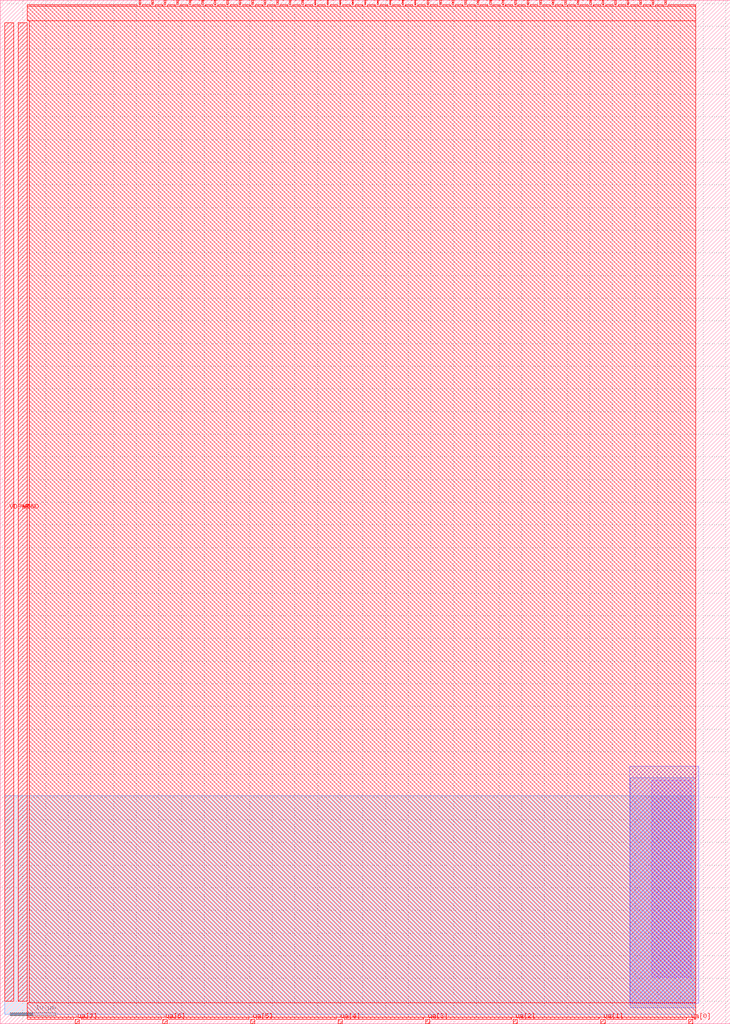
<source format=lef>
MACRO tt_um_mattvenn_analog_ring_osc
  CLASS BLOCK ;
  FOREIGN tt_um_mattvenn_analog_ring_osc ;
  ORIGIN 0.000 0.000 ;
  SIZE 161.000 BY 225.760 ;
  PIN clk
    DIRECTION INPUT ;
    USE SIGNAL ;
    PORT
      LAYER met4 ;
        RECT 143.830 224.760 144.130 225.760 ;
    END
  END clk
  PIN ena
    DIRECTION INPUT ;
    USE SIGNAL ;
    PORT
      LAYER met4 ;
        RECT 146.590 224.760 146.890 225.760 ;
    END
  END ena
  PIN rst_n
    DIRECTION INPUT ;
    USE SIGNAL ;
    PORT
      LAYER met4 ;
        RECT 141.070 224.760 141.370 225.760 ;
    END
  END rst_n
  PIN ua[0]
    DIRECTION INOUT ;
    USE SIGNAL ;
    ANTENNADIFFAREA 15.839999 ;
    PORT
      LAYER met4 ;
        RECT 151.810 0.000 152.710 1.000 ;
    END
  END ua[0]
  PIN ua[1]
    DIRECTION INOUT ;
    USE SIGNAL ;
    PORT
      LAYER met4 ;
        RECT 132.490 0.000 133.390 1.000 ;
    END
  END ua[1]
  PIN ua[2]
    DIRECTION INOUT ;
    USE SIGNAL ;
    PORT
      LAYER met4 ;
        RECT 113.170 0.000 114.070 1.000 ;
    END
  END ua[2]
  PIN ua[3]
    DIRECTION INOUT ;
    USE SIGNAL ;
    PORT
      LAYER met4 ;
        RECT 93.850 0.000 94.750 1.000 ;
    END
  END ua[3]
  PIN ua[4]
    DIRECTION INOUT ;
    USE SIGNAL ;
    PORT
      LAYER met4 ;
        RECT 74.530 0.000 75.430 1.000 ;
    END
  END ua[4]
  PIN ua[5]
    DIRECTION INOUT ;
    USE SIGNAL ;
    PORT
      LAYER met4 ;
        RECT 55.210 0.000 56.110 1.000 ;
    END
  END ua[5]
  PIN ua[6]
    DIRECTION INOUT ;
    USE SIGNAL ;
    PORT
      LAYER met4 ;
        RECT 35.890 0.000 36.790 1.000 ;
    END
  END ua[6]
  PIN ua[7]
    DIRECTION INOUT ;
    USE SIGNAL ;
    PORT
      LAYER met4 ;
        RECT 16.570 0.000 17.470 1.000 ;
    END
  END ua[7]
  PIN ui_in[0]
    DIRECTION INPUT ;
    USE SIGNAL ;
    ANTENNAGATEAREA 0.495000 ;
    PORT
      LAYER met4 ;
        RECT 138.310 224.760 138.610 225.760 ;
    END
  END ui_in[0]
  PIN ui_in[1]
    DIRECTION INPUT ;
    USE SIGNAL ;
    PORT
      LAYER met4 ;
        RECT 135.550 224.760 135.850 225.760 ;
    END
  END ui_in[1]
  PIN ui_in[2]
    DIRECTION INPUT ;
    USE SIGNAL ;
    PORT
      LAYER met4 ;
        RECT 132.790 224.760 133.090 225.760 ;
    END
  END ui_in[2]
  PIN ui_in[3]
    DIRECTION INPUT ;
    USE SIGNAL ;
    PORT
      LAYER met4 ;
        RECT 130.030 224.760 130.330 225.760 ;
    END
  END ui_in[3]
  PIN ui_in[4]
    DIRECTION INPUT ;
    USE SIGNAL ;
    PORT
      LAYER met4 ;
        RECT 127.270 224.760 127.570 225.760 ;
    END
  END ui_in[4]
  PIN ui_in[5]
    DIRECTION INPUT ;
    USE SIGNAL ;
    PORT
      LAYER met4 ;
        RECT 124.510 224.760 124.810 225.760 ;
    END
  END ui_in[5]
  PIN ui_in[6]
    DIRECTION INPUT ;
    USE SIGNAL ;
    PORT
      LAYER met4 ;
        RECT 121.750 224.760 122.050 225.760 ;
    END
  END ui_in[6]
  PIN ui_in[7]
    DIRECTION INPUT ;
    USE SIGNAL ;
    PORT
      LAYER met4 ;
        RECT 118.990 224.760 119.290 225.760 ;
    END
  END ui_in[7]
  PIN uio_in[0]
    DIRECTION INPUT ;
    USE SIGNAL ;
    PORT
      LAYER met4 ;
        RECT 116.230 224.760 116.530 225.760 ;
    END
  END uio_in[0]
  PIN uio_in[1]
    DIRECTION INPUT ;
    USE SIGNAL ;
    PORT
      LAYER met4 ;
        RECT 113.470 224.760 113.770 225.760 ;
    END
  END uio_in[1]
  PIN uio_in[2]
    DIRECTION INPUT ;
    USE SIGNAL ;
    PORT
      LAYER met4 ;
        RECT 110.710 224.760 111.010 225.760 ;
    END
  END uio_in[2]
  PIN uio_in[3]
    DIRECTION INPUT ;
    USE SIGNAL ;
    PORT
      LAYER met4 ;
        RECT 107.950 224.760 108.250 225.760 ;
    END
  END uio_in[3]
  PIN uio_in[4]
    DIRECTION INPUT ;
    USE SIGNAL ;
    PORT
      LAYER met4 ;
        RECT 105.190 224.760 105.490 225.760 ;
    END
  END uio_in[4]
  PIN uio_in[5]
    DIRECTION INPUT ;
    USE SIGNAL ;
    PORT
      LAYER met4 ;
        RECT 102.430 224.760 102.730 225.760 ;
    END
  END uio_in[5]
  PIN uio_in[6]
    DIRECTION INPUT ;
    USE SIGNAL ;
    PORT
      LAYER met4 ;
        RECT 99.670 224.760 99.970 225.760 ;
    END
  END uio_in[6]
  PIN uio_in[7]
    DIRECTION INPUT ;
    USE SIGNAL ;
    PORT
      LAYER met4 ;
        RECT 96.910 224.760 97.210 225.760 ;
    END
  END uio_in[7]
  PIN uio_oe[0]
    DIRECTION OUTPUT ;
    USE SIGNAL ;
    PORT
      LAYER met4 ;
        RECT 49.990 224.760 50.290 225.760 ;
    END
  END uio_oe[0]
  PIN uio_oe[1]
    DIRECTION OUTPUT ;
    USE SIGNAL ;
    PORT
      LAYER met4 ;
        RECT 47.230 224.760 47.530 225.760 ;
    END
  END uio_oe[1]
  PIN uio_oe[2]
    DIRECTION OUTPUT ;
    USE SIGNAL ;
    PORT
      LAYER met4 ;
        RECT 44.470 224.760 44.770 225.760 ;
    END
  END uio_oe[2]
  PIN uio_oe[3]
    DIRECTION OUTPUT ;
    USE SIGNAL ;
    PORT
      LAYER met4 ;
        RECT 41.710 224.760 42.010 225.760 ;
    END
  END uio_oe[3]
  PIN uio_oe[4]
    DIRECTION OUTPUT ;
    USE SIGNAL ;
    PORT
      LAYER met4 ;
        RECT 38.950 224.760 39.250 225.760 ;
    END
  END uio_oe[4]
  PIN uio_oe[5]
    DIRECTION OUTPUT ;
    USE SIGNAL ;
    PORT
      LAYER met4 ;
        RECT 36.190 224.760 36.490 225.760 ;
    END
  END uio_oe[5]
  PIN uio_oe[6]
    DIRECTION OUTPUT ;
    USE SIGNAL ;
    PORT
      LAYER met4 ;
        RECT 33.430 224.760 33.730 225.760 ;
    END
  END uio_oe[6]
  PIN uio_oe[7]
    DIRECTION OUTPUT ;
    USE SIGNAL ;
    PORT
      LAYER met4 ;
        RECT 30.670 224.760 30.970 225.760 ;
    END
  END uio_oe[7]
  PIN uio_out[0]
    DIRECTION OUTPUT ;
    USE SIGNAL ;
    PORT
      LAYER met4 ;
        RECT 72.070 224.760 72.370 225.760 ;
    END
  END uio_out[0]
  PIN uio_out[1]
    DIRECTION OUTPUT ;
    USE SIGNAL ;
    PORT
      LAYER met4 ;
        RECT 69.310 224.760 69.610 225.760 ;
    END
  END uio_out[1]
  PIN uio_out[2]
    DIRECTION OUTPUT ;
    USE SIGNAL ;
    PORT
      LAYER met4 ;
        RECT 66.550 224.760 66.850 225.760 ;
    END
  END uio_out[2]
  PIN uio_out[3]
    DIRECTION OUTPUT ;
    USE SIGNAL ;
    PORT
      LAYER met4 ;
        RECT 63.790 224.760 64.090 225.760 ;
    END
  END uio_out[3]
  PIN uio_out[4]
    DIRECTION OUTPUT ;
    USE SIGNAL ;
    PORT
      LAYER met4 ;
        RECT 61.030 224.760 61.330 225.760 ;
    END
  END uio_out[4]
  PIN uio_out[5]
    DIRECTION OUTPUT ;
    USE SIGNAL ;
    PORT
      LAYER met4 ;
        RECT 58.270 224.760 58.570 225.760 ;
    END
  END uio_out[5]
  PIN uio_out[6]
    DIRECTION OUTPUT ;
    USE SIGNAL ;
    PORT
      LAYER met4 ;
        RECT 55.510 224.760 55.810 225.760 ;
    END
  END uio_out[6]
  PIN uio_out[7]
    DIRECTION OUTPUT ;
    USE SIGNAL ;
    PORT
      LAYER met4 ;
        RECT 52.750 224.760 53.050 225.760 ;
    END
  END uio_out[7]
  PIN uo_out[0]
    DIRECTION OUTPUT ;
    USE SIGNAL ;
    PORT
      LAYER met4 ;
        RECT 94.150 224.760 94.450 225.760 ;
    END
  END uo_out[0]
  PIN uo_out[1]
    DIRECTION OUTPUT ;
    USE SIGNAL ;
    PORT
      LAYER met4 ;
        RECT 91.390 224.760 91.690 225.760 ;
    END
  END uo_out[1]
  PIN uo_out[2]
    DIRECTION OUTPUT ;
    USE SIGNAL ;
    PORT
      LAYER met4 ;
        RECT 88.630 224.760 88.930 225.760 ;
    END
  END uo_out[2]
  PIN uo_out[3]
    DIRECTION OUTPUT ;
    USE SIGNAL ;
    PORT
      LAYER met4 ;
        RECT 85.870 224.760 86.170 225.760 ;
    END
  END uo_out[3]
  PIN uo_out[4]
    DIRECTION OUTPUT ;
    USE SIGNAL ;
    PORT
      LAYER met4 ;
        RECT 83.110 224.760 83.410 225.760 ;
    END
  END uo_out[4]
  PIN uo_out[5]
    DIRECTION OUTPUT ;
    USE SIGNAL ;
    PORT
      LAYER met4 ;
        RECT 80.350 224.760 80.650 225.760 ;
    END
  END uo_out[5]
  PIN uo_out[6]
    DIRECTION OUTPUT ;
    USE SIGNAL ;
    PORT
      LAYER met4 ;
        RECT 77.590 224.760 77.890 225.760 ;
    END
  END uo_out[6]
  PIN uo_out[7]
    DIRECTION OUTPUT ;
    USE SIGNAL ;
    PORT
      LAYER met4 ;
        RECT 74.830 224.760 75.130 225.760 ;
    END
  END uo_out[7]
  PIN VDPWR
    DIRECTION INOUT ;
    USE POWER ;
    PORT
      LAYER met4 ;
        RECT 1.000 5.000 3.000 220.760 ;
    END
  END VDPWR
  PIN VGND
    DIRECTION INOUT ;
    USE GROUND ;
    PORT
      LAYER met4 ;
        RECT 4.000 5.000 6.000 220.760 ;
    END
  END VGND
  OBS
      LAYER li1 ;
        RECT 143.730 10.300 152.380 53.670 ;
      LAYER met1 ;
        RECT 138.800 4.550 154.100 56.800 ;
      LAYER met2 ;
        RECT 138.980 3.550 153.400 54.225 ;
      LAYER met3 ;
        RECT 1.000 2.050 153.425 50.230 ;
      LAYER met4 ;
        RECT 6.000 224.360 30.270 224.760 ;
        RECT 31.370 224.360 33.030 224.760 ;
        RECT 34.130 224.360 35.790 224.760 ;
        RECT 36.890 224.360 38.550 224.760 ;
        RECT 39.650 224.360 41.310 224.760 ;
        RECT 42.410 224.360 44.070 224.760 ;
        RECT 45.170 224.360 46.830 224.760 ;
        RECT 47.930 224.360 49.590 224.760 ;
        RECT 50.690 224.360 52.350 224.760 ;
        RECT 53.450 224.360 55.110 224.760 ;
        RECT 56.210 224.360 57.870 224.760 ;
        RECT 58.970 224.360 60.630 224.760 ;
        RECT 61.730 224.360 63.390 224.760 ;
        RECT 64.490 224.360 66.150 224.760 ;
        RECT 67.250 224.360 68.910 224.760 ;
        RECT 70.010 224.360 71.670 224.760 ;
        RECT 72.770 224.360 74.430 224.760 ;
        RECT 75.530 224.360 77.190 224.760 ;
        RECT 78.290 224.360 79.950 224.760 ;
        RECT 81.050 224.360 82.710 224.760 ;
        RECT 83.810 224.360 85.470 224.760 ;
        RECT 86.570 224.360 88.230 224.760 ;
        RECT 89.330 224.360 90.990 224.760 ;
        RECT 92.090 224.360 93.750 224.760 ;
        RECT 94.850 224.360 96.510 224.760 ;
        RECT 97.610 224.360 99.270 224.760 ;
        RECT 100.370 224.360 102.030 224.760 ;
        RECT 103.130 224.360 104.790 224.760 ;
        RECT 105.890 224.360 107.550 224.760 ;
        RECT 108.650 224.360 110.310 224.760 ;
        RECT 111.410 224.360 113.070 224.760 ;
        RECT 114.170 224.360 115.830 224.760 ;
        RECT 116.930 224.360 118.590 224.760 ;
        RECT 119.690 224.360 121.350 224.760 ;
        RECT 122.450 224.360 124.110 224.760 ;
        RECT 125.210 224.360 126.870 224.760 ;
        RECT 127.970 224.360 129.630 224.760 ;
        RECT 130.730 224.360 132.390 224.760 ;
        RECT 133.490 224.360 135.150 224.760 ;
        RECT 136.250 224.360 137.910 224.760 ;
        RECT 139.010 224.360 140.670 224.760 ;
        RECT 141.770 224.360 143.430 224.760 ;
        RECT 144.530 224.360 146.190 224.760 ;
        RECT 147.290 224.360 153.405 224.760 ;
        RECT 6.000 221.160 153.405 224.360 ;
        RECT 6.400 4.600 153.405 221.160 ;
        RECT 6.000 1.400 153.405 4.600 ;
        RECT 6.000 1.000 16.170 1.400 ;
        RECT 17.870 1.000 35.490 1.400 ;
        RECT 37.190 1.000 54.810 1.400 ;
        RECT 56.510 1.000 74.130 1.400 ;
        RECT 75.830 1.000 93.450 1.400 ;
        RECT 95.150 1.000 112.770 1.400 ;
        RECT 114.470 1.000 132.090 1.400 ;
        RECT 133.790 1.000 151.410 1.400 ;
        RECT 153.110 1.000 153.405 1.400 ;
  END
END tt_um_mattvenn_analog_ring_osc
END LIBRARY


</source>
